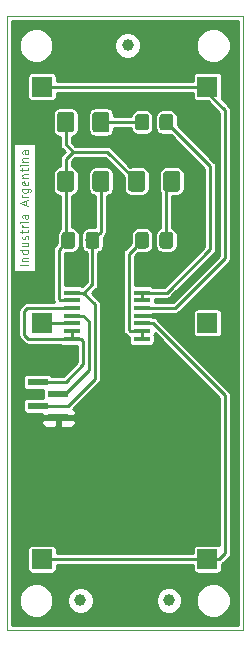
<source format=gbr>
G04 #@! TF.GenerationSoftware,KiCad,Pcbnew,(5.0.0)*
G04 #@! TF.CreationDate,2018-11-30T23:52:53-03:00*
G04 #@! TF.ProjectId,TP_Final,54505F46696E616C2E6B696361645F70,1*
G04 #@! TF.SameCoordinates,Original*
G04 #@! TF.FileFunction,Copper,L1,Top,Signal*
G04 #@! TF.FilePolarity,Positive*
%FSLAX46Y46*%
G04 Gerber Fmt 4.6, Leading zero omitted, Abs format (unit mm)*
G04 Created by KiCad (PCBNEW (5.0.0)) date 11/30/18 23:52:53*
%MOMM*%
%LPD*%
G01*
G04 APERTURE LIST*
G04 #@! TA.AperFunction,NonConductor*
%ADD10C,0.125000*%
G04 #@! TD*
G04 #@! TA.AperFunction,NonConductor*
%ADD11C,0.100000*%
G04 #@! TD*
G04 #@! TA.AperFunction,SMDPad,CuDef*
%ADD12R,1.450000X0.450000*%
G04 #@! TD*
G04 #@! TA.AperFunction,ComponentPad*
%ADD13R,1.700000X1.700000*%
G04 #@! TD*
G04 #@! TA.AperFunction,Conductor*
%ADD14C,0.100000*%
G04 #@! TD*
G04 #@! TA.AperFunction,SMDPad,CuDef*
%ADD15C,1.425000*%
G04 #@! TD*
G04 #@! TA.AperFunction,SMDPad,CuDef*
%ADD16R,1.750000X0.600000*%
G04 #@! TD*
G04 #@! TA.AperFunction,BGAPad,CuDef*
%ADD17C,1.000000*%
G04 #@! TD*
G04 #@! TA.AperFunction,SMDPad,CuDef*
%ADD18C,1.150000*%
G04 #@! TD*
G04 #@! TA.AperFunction,Conductor*
%ADD19C,0.250000*%
G04 #@! TD*
G04 APERTURE END LIST*
D10*
X148816666Y-65100000D02*
X148116666Y-65100000D01*
X148350000Y-64766666D02*
X148816666Y-64766666D01*
X148416666Y-64766666D02*
X148383333Y-64733333D01*
X148350000Y-64666666D01*
X148350000Y-64566666D01*
X148383333Y-64500000D01*
X148450000Y-64466666D01*
X148816666Y-64466666D01*
X148816666Y-63833333D02*
X148116666Y-63833333D01*
X148783333Y-63833333D02*
X148816666Y-63900000D01*
X148816666Y-64033333D01*
X148783333Y-64100000D01*
X148750000Y-64133333D01*
X148683333Y-64166666D01*
X148483333Y-64166666D01*
X148416666Y-64133333D01*
X148383333Y-64100000D01*
X148350000Y-64033333D01*
X148350000Y-63900000D01*
X148383333Y-63833333D01*
X148350000Y-63200000D02*
X148816666Y-63200000D01*
X148350000Y-63500000D02*
X148716666Y-63500000D01*
X148783333Y-63466666D01*
X148816666Y-63400000D01*
X148816666Y-63300000D01*
X148783333Y-63233333D01*
X148750000Y-63200000D01*
X148783333Y-62900000D02*
X148816666Y-62833333D01*
X148816666Y-62700000D01*
X148783333Y-62633333D01*
X148716666Y-62600000D01*
X148683333Y-62600000D01*
X148616666Y-62633333D01*
X148583333Y-62700000D01*
X148583333Y-62800000D01*
X148550000Y-62866666D01*
X148483333Y-62900000D01*
X148450000Y-62900000D01*
X148383333Y-62866666D01*
X148350000Y-62800000D01*
X148350000Y-62700000D01*
X148383333Y-62633333D01*
X148350000Y-62400000D02*
X148350000Y-62133333D01*
X148116666Y-62300000D02*
X148716666Y-62300000D01*
X148783333Y-62266666D01*
X148816666Y-62200000D01*
X148816666Y-62133333D01*
X148816666Y-61900000D02*
X148350000Y-61900000D01*
X148483333Y-61900000D02*
X148416666Y-61866666D01*
X148383333Y-61833333D01*
X148350000Y-61766666D01*
X148350000Y-61700000D01*
X148816666Y-61466666D02*
X148350000Y-61466666D01*
X148116666Y-61466666D02*
X148150000Y-61500000D01*
X148183333Y-61466666D01*
X148150000Y-61433333D01*
X148116666Y-61466666D01*
X148183333Y-61466666D01*
X148816666Y-60833333D02*
X148450000Y-60833333D01*
X148383333Y-60866666D01*
X148350000Y-60933333D01*
X148350000Y-61066666D01*
X148383333Y-61133333D01*
X148783333Y-60833333D02*
X148816666Y-60900000D01*
X148816666Y-61066666D01*
X148783333Y-61133333D01*
X148716666Y-61166666D01*
X148650000Y-61166666D01*
X148583333Y-61133333D01*
X148550000Y-61066666D01*
X148550000Y-60900000D01*
X148516666Y-60833333D01*
X148616666Y-60000000D02*
X148616666Y-59666666D01*
X148816666Y-60066666D02*
X148116666Y-59833333D01*
X148816666Y-59600000D01*
X148816666Y-59366666D02*
X148350000Y-59366666D01*
X148483333Y-59366666D02*
X148416666Y-59333333D01*
X148383333Y-59300000D01*
X148350000Y-59233333D01*
X148350000Y-59166666D01*
X148350000Y-58633333D02*
X148916666Y-58633333D01*
X148983333Y-58666666D01*
X149016666Y-58700000D01*
X149050000Y-58766666D01*
X149050000Y-58866666D01*
X149016666Y-58933333D01*
X148783333Y-58633333D02*
X148816666Y-58700000D01*
X148816666Y-58833333D01*
X148783333Y-58900000D01*
X148750000Y-58933333D01*
X148683333Y-58966666D01*
X148483333Y-58966666D01*
X148416666Y-58933333D01*
X148383333Y-58900000D01*
X148350000Y-58833333D01*
X148350000Y-58700000D01*
X148383333Y-58633333D01*
X148783333Y-58033333D02*
X148816666Y-58100000D01*
X148816666Y-58233333D01*
X148783333Y-58300000D01*
X148716666Y-58333333D01*
X148450000Y-58333333D01*
X148383333Y-58300000D01*
X148350000Y-58233333D01*
X148350000Y-58100000D01*
X148383333Y-58033333D01*
X148450000Y-58000000D01*
X148516666Y-58000000D01*
X148583333Y-58333333D01*
X148350000Y-57700000D02*
X148816666Y-57700000D01*
X148416666Y-57700000D02*
X148383333Y-57666666D01*
X148350000Y-57600000D01*
X148350000Y-57500000D01*
X148383333Y-57433333D01*
X148450000Y-57400000D01*
X148816666Y-57400000D01*
X148350000Y-57166666D02*
X148350000Y-56900000D01*
X148116666Y-57066666D02*
X148716666Y-57066666D01*
X148783333Y-57033333D01*
X148816666Y-56966666D01*
X148816666Y-56900000D01*
X148816666Y-56666666D02*
X148350000Y-56666666D01*
X148116666Y-56666666D02*
X148150000Y-56700000D01*
X148183333Y-56666666D01*
X148150000Y-56633333D01*
X148116666Y-56666666D01*
X148183333Y-56666666D01*
X148350000Y-56333333D02*
X148816666Y-56333333D01*
X148416666Y-56333333D02*
X148383333Y-56300000D01*
X148350000Y-56233333D01*
X148350000Y-56133333D01*
X148383333Y-56066666D01*
X148450000Y-56033333D01*
X148816666Y-56033333D01*
X148816666Y-55400000D02*
X148450000Y-55400000D01*
X148383333Y-55433333D01*
X148350000Y-55500000D01*
X148350000Y-55633333D01*
X148383333Y-55700000D01*
X148783333Y-55400000D02*
X148816666Y-55466666D01*
X148816666Y-55633333D01*
X148783333Y-55700000D01*
X148716666Y-55733333D01*
X148650000Y-55733333D01*
X148583333Y-55700000D01*
X148550000Y-55633333D01*
X148550000Y-55466666D01*
X148516666Y-55400000D01*
D11*
X167000000Y-44000000D02*
X147000000Y-44000000D01*
X167000000Y-96000000D02*
X167000000Y-44000000D01*
X147000000Y-96000000D02*
X167000000Y-96000000D01*
X147000000Y-44000000D02*
X147000000Y-96000000D01*
D12*
G04 #@! TO.P,U1,14*
G04 #@! TO.N,Net-(R1-Pad2)*
X158437801Y-67432901D03*
G04 #@! TO.P,U1,13*
X158437801Y-68082901D03*
G04 #@! TO.P,U1,12*
G04 #@! TO.N,/Va*
X158437801Y-68732901D03*
G04 #@! TO.P,U1,11*
G04 #@! TO.N,GND*
X158437801Y-69382901D03*
G04 #@! TO.P,U1,10*
G04 #@! TO.N,/Vc*
X158437801Y-70032901D03*
G04 #@! TO.P,U1,9*
G04 #@! TO.N,Net-(R2-Pad2)*
X158437801Y-70682901D03*
G04 #@! TO.P,U1,8*
X158437801Y-71332901D03*
G04 #@! TO.P,U1,7*
G04 #@! TO.N,/Vo+*
X152537801Y-71332901D03*
G04 #@! TO.P,U1,6*
X152537801Y-70682901D03*
G04 #@! TO.P,U1,5*
G04 #@! TO.N,/Vb*
X152537801Y-70032901D03*
G04 #@! TO.P,U1,4*
G04 #@! TO.N,VCC*
X152537801Y-69382901D03*
G04 #@! TO.P,U1,3*
G04 #@! TO.N,/Vo+*
X152537801Y-68732901D03*
G04 #@! TO.P,U1,2*
G04 #@! TO.N,Net-(C1-Pad1)*
X152537801Y-68082901D03*
G04 #@! TO.P,U1,1*
G04 #@! TO.N,/Vo-*
X152537801Y-67432901D03*
G04 #@! TD*
D13*
G04 #@! TO.P,J1,1*
G04 #@! TO.N,/Va*
X150000000Y-50000000D03*
G04 #@! TD*
G04 #@! TO.P,J3,1*
G04 #@! TO.N,/Vc*
X150000000Y-90000000D03*
G04 #@! TD*
D14*
G04 #@! TO.N,Net-(C1-Pad2)*
G04 #@! TO.C,C1*
G36*
X155474504Y-52126204D02*
X155498773Y-52129804D01*
X155522571Y-52135765D01*
X155545671Y-52144030D01*
X155567849Y-52154520D01*
X155588893Y-52167133D01*
X155608598Y-52181747D01*
X155626777Y-52198223D01*
X155643253Y-52216402D01*
X155657867Y-52236107D01*
X155670480Y-52257151D01*
X155680970Y-52279329D01*
X155689235Y-52302429D01*
X155695196Y-52326227D01*
X155698796Y-52350496D01*
X155700000Y-52375000D01*
X155700000Y-53625000D01*
X155698796Y-53649504D01*
X155695196Y-53673773D01*
X155689235Y-53697571D01*
X155680970Y-53720671D01*
X155670480Y-53742849D01*
X155657867Y-53763893D01*
X155643253Y-53783598D01*
X155626777Y-53801777D01*
X155608598Y-53818253D01*
X155588893Y-53832867D01*
X155567849Y-53845480D01*
X155545671Y-53855970D01*
X155522571Y-53864235D01*
X155498773Y-53870196D01*
X155474504Y-53873796D01*
X155450000Y-53875000D01*
X154525000Y-53875000D01*
X154500496Y-53873796D01*
X154476227Y-53870196D01*
X154452429Y-53864235D01*
X154429329Y-53855970D01*
X154407151Y-53845480D01*
X154386107Y-53832867D01*
X154366402Y-53818253D01*
X154348223Y-53801777D01*
X154331747Y-53783598D01*
X154317133Y-53763893D01*
X154304520Y-53742849D01*
X154294030Y-53720671D01*
X154285765Y-53697571D01*
X154279804Y-53673773D01*
X154276204Y-53649504D01*
X154275000Y-53625000D01*
X154275000Y-52375000D01*
X154276204Y-52350496D01*
X154279804Y-52326227D01*
X154285765Y-52302429D01*
X154294030Y-52279329D01*
X154304520Y-52257151D01*
X154317133Y-52236107D01*
X154331747Y-52216402D01*
X154348223Y-52198223D01*
X154366402Y-52181747D01*
X154386107Y-52167133D01*
X154407151Y-52154520D01*
X154429329Y-52144030D01*
X154452429Y-52135765D01*
X154476227Y-52129804D01*
X154500496Y-52126204D01*
X154525000Y-52125000D01*
X155450000Y-52125000D01*
X155474504Y-52126204D01*
X155474504Y-52126204D01*
G37*
D15*
G04 #@! TD*
G04 #@! TO.P,C1,2*
G04 #@! TO.N,Net-(C1-Pad2)*
X154987500Y-53000000D03*
D14*
G04 #@! TO.N,Net-(C1-Pad1)*
G04 #@! TO.C,C1*
G36*
X152499504Y-52126204D02*
X152523773Y-52129804D01*
X152547571Y-52135765D01*
X152570671Y-52144030D01*
X152592849Y-52154520D01*
X152613893Y-52167133D01*
X152633598Y-52181747D01*
X152651777Y-52198223D01*
X152668253Y-52216402D01*
X152682867Y-52236107D01*
X152695480Y-52257151D01*
X152705970Y-52279329D01*
X152714235Y-52302429D01*
X152720196Y-52326227D01*
X152723796Y-52350496D01*
X152725000Y-52375000D01*
X152725000Y-53625000D01*
X152723796Y-53649504D01*
X152720196Y-53673773D01*
X152714235Y-53697571D01*
X152705970Y-53720671D01*
X152695480Y-53742849D01*
X152682867Y-53763893D01*
X152668253Y-53783598D01*
X152651777Y-53801777D01*
X152633598Y-53818253D01*
X152613893Y-53832867D01*
X152592849Y-53845480D01*
X152570671Y-53855970D01*
X152547571Y-53864235D01*
X152523773Y-53870196D01*
X152499504Y-53873796D01*
X152475000Y-53875000D01*
X151550000Y-53875000D01*
X151525496Y-53873796D01*
X151501227Y-53870196D01*
X151477429Y-53864235D01*
X151454329Y-53855970D01*
X151432151Y-53845480D01*
X151411107Y-53832867D01*
X151391402Y-53818253D01*
X151373223Y-53801777D01*
X151356747Y-53783598D01*
X151342133Y-53763893D01*
X151329520Y-53742849D01*
X151319030Y-53720671D01*
X151310765Y-53697571D01*
X151304804Y-53673773D01*
X151301204Y-53649504D01*
X151300000Y-53625000D01*
X151300000Y-52375000D01*
X151301204Y-52350496D01*
X151304804Y-52326227D01*
X151310765Y-52302429D01*
X151319030Y-52279329D01*
X151329520Y-52257151D01*
X151342133Y-52236107D01*
X151356747Y-52216402D01*
X151373223Y-52198223D01*
X151391402Y-52181747D01*
X151411107Y-52167133D01*
X151432151Y-52154520D01*
X151454329Y-52144030D01*
X151477429Y-52135765D01*
X151501227Y-52129804D01*
X151525496Y-52126204D01*
X151550000Y-52125000D01*
X152475000Y-52125000D01*
X152499504Y-52126204D01*
X152499504Y-52126204D01*
G37*
D15*
G04 #@! TD*
G04 #@! TO.P,C1,1*
G04 #@! TO.N,Net-(C1-Pad1)*
X152012500Y-53000000D03*
D14*
G04 #@! TO.N,Net-(C2-Pad1)*
G04 #@! TO.C,C2*
G36*
X161474504Y-57126204D02*
X161498773Y-57129804D01*
X161522571Y-57135765D01*
X161545671Y-57144030D01*
X161567849Y-57154520D01*
X161588893Y-57167133D01*
X161608598Y-57181747D01*
X161626777Y-57198223D01*
X161643253Y-57216402D01*
X161657867Y-57236107D01*
X161670480Y-57257151D01*
X161680970Y-57279329D01*
X161689235Y-57302429D01*
X161695196Y-57326227D01*
X161698796Y-57350496D01*
X161700000Y-57375000D01*
X161700000Y-58625000D01*
X161698796Y-58649504D01*
X161695196Y-58673773D01*
X161689235Y-58697571D01*
X161680970Y-58720671D01*
X161670480Y-58742849D01*
X161657867Y-58763893D01*
X161643253Y-58783598D01*
X161626777Y-58801777D01*
X161608598Y-58818253D01*
X161588893Y-58832867D01*
X161567849Y-58845480D01*
X161545671Y-58855970D01*
X161522571Y-58864235D01*
X161498773Y-58870196D01*
X161474504Y-58873796D01*
X161450000Y-58875000D01*
X160525000Y-58875000D01*
X160500496Y-58873796D01*
X160476227Y-58870196D01*
X160452429Y-58864235D01*
X160429329Y-58855970D01*
X160407151Y-58845480D01*
X160386107Y-58832867D01*
X160366402Y-58818253D01*
X160348223Y-58801777D01*
X160331747Y-58783598D01*
X160317133Y-58763893D01*
X160304520Y-58742849D01*
X160294030Y-58720671D01*
X160285765Y-58697571D01*
X160279804Y-58673773D01*
X160276204Y-58649504D01*
X160275000Y-58625000D01*
X160275000Y-57375000D01*
X160276204Y-57350496D01*
X160279804Y-57326227D01*
X160285765Y-57302429D01*
X160294030Y-57279329D01*
X160304520Y-57257151D01*
X160317133Y-57236107D01*
X160331747Y-57216402D01*
X160348223Y-57198223D01*
X160366402Y-57181747D01*
X160386107Y-57167133D01*
X160407151Y-57154520D01*
X160429329Y-57144030D01*
X160452429Y-57135765D01*
X160476227Y-57129804D01*
X160500496Y-57126204D01*
X160525000Y-57125000D01*
X161450000Y-57125000D01*
X161474504Y-57126204D01*
X161474504Y-57126204D01*
G37*
D15*
G04 #@! TD*
G04 #@! TO.P,C2,1*
G04 #@! TO.N,Net-(C2-Pad1)*
X160987500Y-58000000D03*
D14*
G04 #@! TO.N,Net-(C1-Pad1)*
G04 #@! TO.C,C2*
G36*
X158499504Y-57126204D02*
X158523773Y-57129804D01*
X158547571Y-57135765D01*
X158570671Y-57144030D01*
X158592849Y-57154520D01*
X158613893Y-57167133D01*
X158633598Y-57181747D01*
X158651777Y-57198223D01*
X158668253Y-57216402D01*
X158682867Y-57236107D01*
X158695480Y-57257151D01*
X158705970Y-57279329D01*
X158714235Y-57302429D01*
X158720196Y-57326227D01*
X158723796Y-57350496D01*
X158725000Y-57375000D01*
X158725000Y-58625000D01*
X158723796Y-58649504D01*
X158720196Y-58673773D01*
X158714235Y-58697571D01*
X158705970Y-58720671D01*
X158695480Y-58742849D01*
X158682867Y-58763893D01*
X158668253Y-58783598D01*
X158651777Y-58801777D01*
X158633598Y-58818253D01*
X158613893Y-58832867D01*
X158592849Y-58845480D01*
X158570671Y-58855970D01*
X158547571Y-58864235D01*
X158523773Y-58870196D01*
X158499504Y-58873796D01*
X158475000Y-58875000D01*
X157550000Y-58875000D01*
X157525496Y-58873796D01*
X157501227Y-58870196D01*
X157477429Y-58864235D01*
X157454329Y-58855970D01*
X157432151Y-58845480D01*
X157411107Y-58832867D01*
X157391402Y-58818253D01*
X157373223Y-58801777D01*
X157356747Y-58783598D01*
X157342133Y-58763893D01*
X157329520Y-58742849D01*
X157319030Y-58720671D01*
X157310765Y-58697571D01*
X157304804Y-58673773D01*
X157301204Y-58649504D01*
X157300000Y-58625000D01*
X157300000Y-57375000D01*
X157301204Y-57350496D01*
X157304804Y-57326227D01*
X157310765Y-57302429D01*
X157319030Y-57279329D01*
X157329520Y-57257151D01*
X157342133Y-57236107D01*
X157356747Y-57216402D01*
X157373223Y-57198223D01*
X157391402Y-57181747D01*
X157411107Y-57167133D01*
X157432151Y-57154520D01*
X157454329Y-57144030D01*
X157477429Y-57135765D01*
X157501227Y-57129804D01*
X157525496Y-57126204D01*
X157550000Y-57125000D01*
X158475000Y-57125000D01*
X158499504Y-57126204D01*
X158499504Y-57126204D01*
G37*
D15*
G04 #@! TD*
G04 #@! TO.P,C2,2*
G04 #@! TO.N,Net-(C1-Pad1)*
X158012500Y-58000000D03*
D14*
G04 #@! TO.N,Net-(C1-Pad1)*
G04 #@! TO.C,C3*
G36*
X152499504Y-57126204D02*
X152523773Y-57129804D01*
X152547571Y-57135765D01*
X152570671Y-57144030D01*
X152592849Y-57154520D01*
X152613893Y-57167133D01*
X152633598Y-57181747D01*
X152651777Y-57198223D01*
X152668253Y-57216402D01*
X152682867Y-57236107D01*
X152695480Y-57257151D01*
X152705970Y-57279329D01*
X152714235Y-57302429D01*
X152720196Y-57326227D01*
X152723796Y-57350496D01*
X152725000Y-57375000D01*
X152725000Y-58625000D01*
X152723796Y-58649504D01*
X152720196Y-58673773D01*
X152714235Y-58697571D01*
X152705970Y-58720671D01*
X152695480Y-58742849D01*
X152682867Y-58763893D01*
X152668253Y-58783598D01*
X152651777Y-58801777D01*
X152633598Y-58818253D01*
X152613893Y-58832867D01*
X152592849Y-58845480D01*
X152570671Y-58855970D01*
X152547571Y-58864235D01*
X152523773Y-58870196D01*
X152499504Y-58873796D01*
X152475000Y-58875000D01*
X151550000Y-58875000D01*
X151525496Y-58873796D01*
X151501227Y-58870196D01*
X151477429Y-58864235D01*
X151454329Y-58855970D01*
X151432151Y-58845480D01*
X151411107Y-58832867D01*
X151391402Y-58818253D01*
X151373223Y-58801777D01*
X151356747Y-58783598D01*
X151342133Y-58763893D01*
X151329520Y-58742849D01*
X151319030Y-58720671D01*
X151310765Y-58697571D01*
X151304804Y-58673773D01*
X151301204Y-58649504D01*
X151300000Y-58625000D01*
X151300000Y-57375000D01*
X151301204Y-57350496D01*
X151304804Y-57326227D01*
X151310765Y-57302429D01*
X151319030Y-57279329D01*
X151329520Y-57257151D01*
X151342133Y-57236107D01*
X151356747Y-57216402D01*
X151373223Y-57198223D01*
X151391402Y-57181747D01*
X151411107Y-57167133D01*
X151432151Y-57154520D01*
X151454329Y-57144030D01*
X151477429Y-57135765D01*
X151501227Y-57129804D01*
X151525496Y-57126204D01*
X151550000Y-57125000D01*
X152475000Y-57125000D01*
X152499504Y-57126204D01*
X152499504Y-57126204D01*
G37*
D15*
G04 #@! TD*
G04 #@! TO.P,C3,1*
G04 #@! TO.N,Net-(C1-Pad1)*
X152012500Y-58000000D03*
D14*
G04 #@! TO.N,/Vo-*
G04 #@! TO.C,C3*
G36*
X155474504Y-57126204D02*
X155498773Y-57129804D01*
X155522571Y-57135765D01*
X155545671Y-57144030D01*
X155567849Y-57154520D01*
X155588893Y-57167133D01*
X155608598Y-57181747D01*
X155626777Y-57198223D01*
X155643253Y-57216402D01*
X155657867Y-57236107D01*
X155670480Y-57257151D01*
X155680970Y-57279329D01*
X155689235Y-57302429D01*
X155695196Y-57326227D01*
X155698796Y-57350496D01*
X155700000Y-57375000D01*
X155700000Y-58625000D01*
X155698796Y-58649504D01*
X155695196Y-58673773D01*
X155689235Y-58697571D01*
X155680970Y-58720671D01*
X155670480Y-58742849D01*
X155657867Y-58763893D01*
X155643253Y-58783598D01*
X155626777Y-58801777D01*
X155608598Y-58818253D01*
X155588893Y-58832867D01*
X155567849Y-58845480D01*
X155545671Y-58855970D01*
X155522571Y-58864235D01*
X155498773Y-58870196D01*
X155474504Y-58873796D01*
X155450000Y-58875000D01*
X154525000Y-58875000D01*
X154500496Y-58873796D01*
X154476227Y-58870196D01*
X154452429Y-58864235D01*
X154429329Y-58855970D01*
X154407151Y-58845480D01*
X154386107Y-58832867D01*
X154366402Y-58818253D01*
X154348223Y-58801777D01*
X154331747Y-58783598D01*
X154317133Y-58763893D01*
X154304520Y-58742849D01*
X154294030Y-58720671D01*
X154285765Y-58697571D01*
X154279804Y-58673773D01*
X154276204Y-58649504D01*
X154275000Y-58625000D01*
X154275000Y-57375000D01*
X154276204Y-57350496D01*
X154279804Y-57326227D01*
X154285765Y-57302429D01*
X154294030Y-57279329D01*
X154304520Y-57257151D01*
X154317133Y-57236107D01*
X154331747Y-57216402D01*
X154348223Y-57198223D01*
X154366402Y-57181747D01*
X154386107Y-57167133D01*
X154407151Y-57154520D01*
X154429329Y-57144030D01*
X154452429Y-57135765D01*
X154476227Y-57129804D01*
X154500496Y-57126204D01*
X154525000Y-57125000D01*
X155450000Y-57125000D01*
X155474504Y-57126204D01*
X155474504Y-57126204D01*
G37*
D15*
G04 #@! TD*
G04 #@! TO.P,C3,2*
G04 #@! TO.N,/Vo-*
X154987500Y-58000000D03*
D16*
G04 #@! TO.P,J4,1*
G04 #@! TO.N,/Vo+*
X149625000Y-75000000D03*
G04 #@! TO.P,J4,3*
G04 #@! TO.N,/Vo-*
X149625000Y-77000000D03*
G04 #@! TO.P,J4,2*
G04 #@! TO.N,VCC*
X151375000Y-76000000D03*
G04 #@! TO.P,J4,4*
G04 #@! TO.N,GND*
X151375000Y-78000000D03*
G04 #@! TD*
D13*
G04 #@! TO.P,J2,1*
G04 #@! TO.N,/Vb*
X149967100Y-70032900D03*
G04 #@! TD*
G04 #@! TO.P,J11,1*
G04 #@! TO.N,/Va*
X164000000Y-50000000D03*
G04 #@! TD*
G04 #@! TO.P,J22,1*
G04 #@! TO.N,Net-(J22-Pad1)*
X164000000Y-70000000D03*
G04 #@! TD*
G04 #@! TO.P,J33,1*
G04 #@! TO.N,/Vc*
X164000000Y-90000000D03*
G04 #@! TD*
D17*
G04 #@! TO.P,F1,~*
G04 #@! TO.N,N/C*
X157250000Y-46500000D03*
G04 #@! TD*
G04 #@! TO.P,F2,~*
G04 #@! TO.N,N/C*
X153250000Y-93500000D03*
G04 #@! TD*
G04 #@! TO.P,F3,~*
G04 #@! TO.N,N/C*
X160750000Y-93500000D03*
G04 #@! TD*
D14*
G04 #@! TO.N,Net-(R1-Pad2)*
G04 #@! TO.C,R1*
G36*
X160874505Y-52301204D02*
X160898773Y-52304804D01*
X160922572Y-52310765D01*
X160945671Y-52319030D01*
X160967850Y-52329520D01*
X160988893Y-52342132D01*
X161008599Y-52356747D01*
X161026777Y-52373223D01*
X161043253Y-52391401D01*
X161057868Y-52411107D01*
X161070480Y-52432150D01*
X161080970Y-52454329D01*
X161089235Y-52477428D01*
X161095196Y-52501227D01*
X161098796Y-52525495D01*
X161100000Y-52549999D01*
X161100000Y-53450001D01*
X161098796Y-53474505D01*
X161095196Y-53498773D01*
X161089235Y-53522572D01*
X161080970Y-53545671D01*
X161070480Y-53567850D01*
X161057868Y-53588893D01*
X161043253Y-53608599D01*
X161026777Y-53626777D01*
X161008599Y-53643253D01*
X160988893Y-53657868D01*
X160967850Y-53670480D01*
X160945671Y-53680970D01*
X160922572Y-53689235D01*
X160898773Y-53695196D01*
X160874505Y-53698796D01*
X160850001Y-53700000D01*
X160199999Y-53700000D01*
X160175495Y-53698796D01*
X160151227Y-53695196D01*
X160127428Y-53689235D01*
X160104329Y-53680970D01*
X160082150Y-53670480D01*
X160061107Y-53657868D01*
X160041401Y-53643253D01*
X160023223Y-53626777D01*
X160006747Y-53608599D01*
X159992132Y-53588893D01*
X159979520Y-53567850D01*
X159969030Y-53545671D01*
X159960765Y-53522572D01*
X159954804Y-53498773D01*
X159951204Y-53474505D01*
X159950000Y-53450001D01*
X159950000Y-52549999D01*
X159951204Y-52525495D01*
X159954804Y-52501227D01*
X159960765Y-52477428D01*
X159969030Y-52454329D01*
X159979520Y-52432150D01*
X159992132Y-52411107D01*
X160006747Y-52391401D01*
X160023223Y-52373223D01*
X160041401Y-52356747D01*
X160061107Y-52342132D01*
X160082150Y-52329520D01*
X160104329Y-52319030D01*
X160127428Y-52310765D01*
X160151227Y-52304804D01*
X160175495Y-52301204D01*
X160199999Y-52300000D01*
X160850001Y-52300000D01*
X160874505Y-52301204D01*
X160874505Y-52301204D01*
G37*
D18*
G04 #@! TD*
G04 #@! TO.P,R1,2*
G04 #@! TO.N,Net-(R1-Pad2)*
X160525000Y-53000000D03*
D14*
G04 #@! TO.N,Net-(C1-Pad2)*
G04 #@! TO.C,R1*
G36*
X158824505Y-52301204D02*
X158848773Y-52304804D01*
X158872572Y-52310765D01*
X158895671Y-52319030D01*
X158917850Y-52329520D01*
X158938893Y-52342132D01*
X158958599Y-52356747D01*
X158976777Y-52373223D01*
X158993253Y-52391401D01*
X159007868Y-52411107D01*
X159020480Y-52432150D01*
X159030970Y-52454329D01*
X159039235Y-52477428D01*
X159045196Y-52501227D01*
X159048796Y-52525495D01*
X159050000Y-52549999D01*
X159050000Y-53450001D01*
X159048796Y-53474505D01*
X159045196Y-53498773D01*
X159039235Y-53522572D01*
X159030970Y-53545671D01*
X159020480Y-53567850D01*
X159007868Y-53588893D01*
X158993253Y-53608599D01*
X158976777Y-53626777D01*
X158958599Y-53643253D01*
X158938893Y-53657868D01*
X158917850Y-53670480D01*
X158895671Y-53680970D01*
X158872572Y-53689235D01*
X158848773Y-53695196D01*
X158824505Y-53698796D01*
X158800001Y-53700000D01*
X158149999Y-53700000D01*
X158125495Y-53698796D01*
X158101227Y-53695196D01*
X158077428Y-53689235D01*
X158054329Y-53680970D01*
X158032150Y-53670480D01*
X158011107Y-53657868D01*
X157991401Y-53643253D01*
X157973223Y-53626777D01*
X157956747Y-53608599D01*
X157942132Y-53588893D01*
X157929520Y-53567850D01*
X157919030Y-53545671D01*
X157910765Y-53522572D01*
X157904804Y-53498773D01*
X157901204Y-53474505D01*
X157900000Y-53450001D01*
X157900000Y-52549999D01*
X157901204Y-52525495D01*
X157904804Y-52501227D01*
X157910765Y-52477428D01*
X157919030Y-52454329D01*
X157929520Y-52432150D01*
X157942132Y-52411107D01*
X157956747Y-52391401D01*
X157973223Y-52373223D01*
X157991401Y-52356747D01*
X158011107Y-52342132D01*
X158032150Y-52329520D01*
X158054329Y-52319030D01*
X158077428Y-52310765D01*
X158101227Y-52304804D01*
X158125495Y-52301204D01*
X158149999Y-52300000D01*
X158800001Y-52300000D01*
X158824505Y-52301204D01*
X158824505Y-52301204D01*
G37*
D18*
G04 #@! TD*
G04 #@! TO.P,R1,1*
G04 #@! TO.N,Net-(C1-Pad2)*
X158475000Y-53000000D03*
D14*
G04 #@! TO.N,Net-(C2-Pad1)*
G04 #@! TO.C,R2*
G36*
X160874505Y-62301204D02*
X160898773Y-62304804D01*
X160922572Y-62310765D01*
X160945671Y-62319030D01*
X160967850Y-62329520D01*
X160988893Y-62342132D01*
X161008599Y-62356747D01*
X161026777Y-62373223D01*
X161043253Y-62391401D01*
X161057868Y-62411107D01*
X161070480Y-62432150D01*
X161080970Y-62454329D01*
X161089235Y-62477428D01*
X161095196Y-62501227D01*
X161098796Y-62525495D01*
X161100000Y-62549999D01*
X161100000Y-63450001D01*
X161098796Y-63474505D01*
X161095196Y-63498773D01*
X161089235Y-63522572D01*
X161080970Y-63545671D01*
X161070480Y-63567850D01*
X161057868Y-63588893D01*
X161043253Y-63608599D01*
X161026777Y-63626777D01*
X161008599Y-63643253D01*
X160988893Y-63657868D01*
X160967850Y-63670480D01*
X160945671Y-63680970D01*
X160922572Y-63689235D01*
X160898773Y-63695196D01*
X160874505Y-63698796D01*
X160850001Y-63700000D01*
X160199999Y-63700000D01*
X160175495Y-63698796D01*
X160151227Y-63695196D01*
X160127428Y-63689235D01*
X160104329Y-63680970D01*
X160082150Y-63670480D01*
X160061107Y-63657868D01*
X160041401Y-63643253D01*
X160023223Y-63626777D01*
X160006747Y-63608599D01*
X159992132Y-63588893D01*
X159979520Y-63567850D01*
X159969030Y-63545671D01*
X159960765Y-63522572D01*
X159954804Y-63498773D01*
X159951204Y-63474505D01*
X159950000Y-63450001D01*
X159950000Y-62549999D01*
X159951204Y-62525495D01*
X159954804Y-62501227D01*
X159960765Y-62477428D01*
X159969030Y-62454329D01*
X159979520Y-62432150D01*
X159992132Y-62411107D01*
X160006747Y-62391401D01*
X160023223Y-62373223D01*
X160041401Y-62356747D01*
X160061107Y-62342132D01*
X160082150Y-62329520D01*
X160104329Y-62319030D01*
X160127428Y-62310765D01*
X160151227Y-62304804D01*
X160175495Y-62301204D01*
X160199999Y-62300000D01*
X160850001Y-62300000D01*
X160874505Y-62301204D01*
X160874505Y-62301204D01*
G37*
D18*
G04 #@! TD*
G04 #@! TO.P,R2,1*
G04 #@! TO.N,Net-(C2-Pad1)*
X160525000Y-63000000D03*
D14*
G04 #@! TO.N,Net-(R2-Pad2)*
G04 #@! TO.C,R2*
G36*
X158824505Y-62301204D02*
X158848773Y-62304804D01*
X158872572Y-62310765D01*
X158895671Y-62319030D01*
X158917850Y-62329520D01*
X158938893Y-62342132D01*
X158958599Y-62356747D01*
X158976777Y-62373223D01*
X158993253Y-62391401D01*
X159007868Y-62411107D01*
X159020480Y-62432150D01*
X159030970Y-62454329D01*
X159039235Y-62477428D01*
X159045196Y-62501227D01*
X159048796Y-62525495D01*
X159050000Y-62549999D01*
X159050000Y-63450001D01*
X159048796Y-63474505D01*
X159045196Y-63498773D01*
X159039235Y-63522572D01*
X159030970Y-63545671D01*
X159020480Y-63567850D01*
X159007868Y-63588893D01*
X158993253Y-63608599D01*
X158976777Y-63626777D01*
X158958599Y-63643253D01*
X158938893Y-63657868D01*
X158917850Y-63670480D01*
X158895671Y-63680970D01*
X158872572Y-63689235D01*
X158848773Y-63695196D01*
X158824505Y-63698796D01*
X158800001Y-63700000D01*
X158149999Y-63700000D01*
X158125495Y-63698796D01*
X158101227Y-63695196D01*
X158077428Y-63689235D01*
X158054329Y-63680970D01*
X158032150Y-63670480D01*
X158011107Y-63657868D01*
X157991401Y-63643253D01*
X157973223Y-63626777D01*
X157956747Y-63608599D01*
X157942132Y-63588893D01*
X157929520Y-63567850D01*
X157919030Y-63545671D01*
X157910765Y-63522572D01*
X157904804Y-63498773D01*
X157901204Y-63474505D01*
X157900000Y-63450001D01*
X157900000Y-62549999D01*
X157901204Y-62525495D01*
X157904804Y-62501227D01*
X157910765Y-62477428D01*
X157919030Y-62454329D01*
X157929520Y-62432150D01*
X157942132Y-62411107D01*
X157956747Y-62391401D01*
X157973223Y-62373223D01*
X157991401Y-62356747D01*
X158011107Y-62342132D01*
X158032150Y-62329520D01*
X158054329Y-62319030D01*
X158077428Y-62310765D01*
X158101227Y-62304804D01*
X158125495Y-62301204D01*
X158149999Y-62300000D01*
X158800001Y-62300000D01*
X158824505Y-62301204D01*
X158824505Y-62301204D01*
G37*
D18*
G04 #@! TD*
G04 #@! TO.P,R2,2*
G04 #@! TO.N,Net-(R2-Pad2)*
X158475000Y-63000000D03*
D14*
G04 #@! TO.N,Net-(C1-Pad1)*
G04 #@! TO.C,R3*
G36*
X152574505Y-62301204D02*
X152598773Y-62304804D01*
X152622572Y-62310765D01*
X152645671Y-62319030D01*
X152667850Y-62329520D01*
X152688893Y-62342132D01*
X152708599Y-62356747D01*
X152726777Y-62373223D01*
X152743253Y-62391401D01*
X152757868Y-62411107D01*
X152770480Y-62432150D01*
X152780970Y-62454329D01*
X152789235Y-62477428D01*
X152795196Y-62501227D01*
X152798796Y-62525495D01*
X152800000Y-62549999D01*
X152800000Y-63450001D01*
X152798796Y-63474505D01*
X152795196Y-63498773D01*
X152789235Y-63522572D01*
X152780970Y-63545671D01*
X152770480Y-63567850D01*
X152757868Y-63588893D01*
X152743253Y-63608599D01*
X152726777Y-63626777D01*
X152708599Y-63643253D01*
X152688893Y-63657868D01*
X152667850Y-63670480D01*
X152645671Y-63680970D01*
X152622572Y-63689235D01*
X152598773Y-63695196D01*
X152574505Y-63698796D01*
X152550001Y-63700000D01*
X151899999Y-63700000D01*
X151875495Y-63698796D01*
X151851227Y-63695196D01*
X151827428Y-63689235D01*
X151804329Y-63680970D01*
X151782150Y-63670480D01*
X151761107Y-63657868D01*
X151741401Y-63643253D01*
X151723223Y-63626777D01*
X151706747Y-63608599D01*
X151692132Y-63588893D01*
X151679520Y-63567850D01*
X151669030Y-63545671D01*
X151660765Y-63522572D01*
X151654804Y-63498773D01*
X151651204Y-63474505D01*
X151650000Y-63450001D01*
X151650000Y-62549999D01*
X151651204Y-62525495D01*
X151654804Y-62501227D01*
X151660765Y-62477428D01*
X151669030Y-62454329D01*
X151679520Y-62432150D01*
X151692132Y-62411107D01*
X151706747Y-62391401D01*
X151723223Y-62373223D01*
X151741401Y-62356747D01*
X151761107Y-62342132D01*
X151782150Y-62329520D01*
X151804329Y-62319030D01*
X151827428Y-62310765D01*
X151851227Y-62304804D01*
X151875495Y-62301204D01*
X151899999Y-62300000D01*
X152550001Y-62300000D01*
X152574505Y-62301204D01*
X152574505Y-62301204D01*
G37*
D18*
G04 #@! TD*
G04 #@! TO.P,R3,1*
G04 #@! TO.N,Net-(C1-Pad1)*
X152225000Y-63000000D03*
D14*
G04 #@! TO.N,/Vo-*
G04 #@! TO.C,R3*
G36*
X154624505Y-62301204D02*
X154648773Y-62304804D01*
X154672572Y-62310765D01*
X154695671Y-62319030D01*
X154717850Y-62329520D01*
X154738893Y-62342132D01*
X154758599Y-62356747D01*
X154776777Y-62373223D01*
X154793253Y-62391401D01*
X154807868Y-62411107D01*
X154820480Y-62432150D01*
X154830970Y-62454329D01*
X154839235Y-62477428D01*
X154845196Y-62501227D01*
X154848796Y-62525495D01*
X154850000Y-62549999D01*
X154850000Y-63450001D01*
X154848796Y-63474505D01*
X154845196Y-63498773D01*
X154839235Y-63522572D01*
X154830970Y-63545671D01*
X154820480Y-63567850D01*
X154807868Y-63588893D01*
X154793253Y-63608599D01*
X154776777Y-63626777D01*
X154758599Y-63643253D01*
X154738893Y-63657868D01*
X154717850Y-63670480D01*
X154695671Y-63680970D01*
X154672572Y-63689235D01*
X154648773Y-63695196D01*
X154624505Y-63698796D01*
X154600001Y-63700000D01*
X153949999Y-63700000D01*
X153925495Y-63698796D01*
X153901227Y-63695196D01*
X153877428Y-63689235D01*
X153854329Y-63680970D01*
X153832150Y-63670480D01*
X153811107Y-63657868D01*
X153791401Y-63643253D01*
X153773223Y-63626777D01*
X153756747Y-63608599D01*
X153742132Y-63588893D01*
X153729520Y-63567850D01*
X153719030Y-63545671D01*
X153710765Y-63522572D01*
X153704804Y-63498773D01*
X153701204Y-63474505D01*
X153700000Y-63450001D01*
X153700000Y-62549999D01*
X153701204Y-62525495D01*
X153704804Y-62501227D01*
X153710765Y-62477428D01*
X153719030Y-62454329D01*
X153729520Y-62432150D01*
X153742132Y-62411107D01*
X153756747Y-62391401D01*
X153773223Y-62373223D01*
X153791401Y-62356747D01*
X153811107Y-62342132D01*
X153832150Y-62329520D01*
X153854329Y-62319030D01*
X153877428Y-62310765D01*
X153901227Y-62304804D01*
X153925495Y-62301204D01*
X153949999Y-62300000D01*
X154600001Y-62300000D01*
X154624505Y-62301204D01*
X154624505Y-62301204D01*
G37*
D18*
G04 #@! TD*
G04 #@! TO.P,R3,2*
G04 #@! TO.N,/Vo-*
X154275000Y-63000000D03*
D19*
G04 #@! TO.N,Net-(C1-Pad2)*
X158475000Y-53000000D02*
X154987500Y-53000000D01*
G04 #@! TO.N,Net-(C1-Pad1)*
X152012500Y-54887500D02*
X152012500Y-53000000D01*
X152625000Y-55500000D02*
X152012500Y-54887500D01*
X151437800Y-63787200D02*
X152225000Y-63000000D01*
X151437800Y-67957902D02*
X151437800Y-63787200D01*
X152537801Y-68082901D02*
X151562801Y-68082901D01*
X151562801Y-68082901D02*
X151437800Y-67957902D01*
X155512500Y-55500000D02*
X158012500Y-58000000D01*
X152625000Y-55500000D02*
X155512500Y-55500000D01*
X152012500Y-56112500D02*
X152012500Y-58000000D01*
X152625000Y-55500000D02*
X152012500Y-56112500D01*
X152012500Y-62787500D02*
X152225000Y-63000000D01*
X152012500Y-58000000D02*
X152012500Y-62787500D01*
G04 #@! TO.N,/Vo-*
X152537802Y-67432900D02*
X152537801Y-67432901D01*
X153512801Y-67432901D02*
X152537801Y-67432901D01*
X154500020Y-68420120D02*
X153512801Y-67432901D01*
X154500020Y-74724982D02*
X154500020Y-68420120D01*
X152225002Y-77000000D02*
X154500020Y-74724982D01*
X149625000Y-77000000D02*
X152225002Y-77000000D01*
X154987500Y-62287500D02*
X154275000Y-63000000D01*
X154987500Y-58000000D02*
X154987500Y-62287500D01*
X153512801Y-67432901D02*
X153567099Y-67432901D01*
X154275000Y-66725000D02*
X154275000Y-63000000D01*
X153567099Y-67432901D02*
X154275000Y-66725000D01*
G04 #@! TO.N,/Vo+*
X149767098Y-68732902D02*
X152668401Y-68732902D01*
X148767098Y-68732902D02*
X149767098Y-68732902D01*
X148500000Y-69000000D02*
X148767098Y-68732902D01*
X148500000Y-71000000D02*
X148500000Y-69000000D01*
X148832901Y-71332901D02*
X148500000Y-71000000D01*
X152537801Y-70682901D02*
X152537801Y-71332901D01*
X152537801Y-71332901D02*
X149500000Y-71332901D01*
X149500000Y-71332901D02*
X148832901Y-71332901D01*
X152000000Y-75000000D02*
X149625000Y-75000000D01*
X153500000Y-73500000D02*
X152000000Y-75000000D01*
X153500000Y-71500000D02*
X153500000Y-73500000D01*
X152537801Y-71332901D02*
X153332901Y-71332901D01*
X153332901Y-71332901D02*
X153500000Y-71500000D01*
G04 #@! TO.N,/Vb*
X152668401Y-70032900D02*
X150000000Y-70032900D01*
X150000000Y-70032900D02*
X149967100Y-70032900D01*
G04 #@! TO.N,VCC*
X153512801Y-69382901D02*
X152537801Y-69382901D01*
X154000010Y-69870110D02*
X153512801Y-69382901D01*
X154000010Y-73949990D02*
X154000010Y-69870110D01*
X151950000Y-76000000D02*
X154000010Y-73949990D01*
X151375000Y-76000000D02*
X151950000Y-76000000D01*
G04 #@! TO.N,/Vc*
X165500000Y-89500000D02*
X165000000Y-90000000D01*
X165000000Y-90000000D02*
X150000000Y-90000000D01*
X165500000Y-76120100D02*
X165500000Y-89500000D01*
X159412801Y-70032901D02*
X165500000Y-76120100D01*
X158437801Y-70032901D02*
X159412801Y-70032901D01*
G04 #@! TO.N,GND*
X162242097Y-69382901D02*
X164124998Y-67500000D01*
X158437801Y-69382901D02*
X162242097Y-69382901D01*
X164124998Y-67500000D02*
X166574990Y-67500000D01*
G04 #@! TO.N,/Va*
X161267099Y-68732901D02*
X158437801Y-68732901D01*
X165500000Y-64500000D02*
X161267099Y-68732901D01*
X165500000Y-52000000D02*
X165500000Y-64500000D01*
X150000000Y-50000000D02*
X163500000Y-50000000D01*
X163500000Y-50000000D02*
X165500000Y-52000000D01*
G04 #@! TO.N,Net-(C2-Pad1)*
X160525000Y-58462500D02*
X160987500Y-58000000D01*
X160525000Y-63000000D02*
X160525000Y-58462500D01*
G04 #@! TO.N,Net-(R1-Pad2)*
X158437801Y-67432901D02*
X158437801Y-68082901D01*
X164250000Y-56725000D02*
X160525000Y-53000000D01*
X164250000Y-63750000D02*
X164250000Y-56725000D01*
X158437801Y-67432901D02*
X160567099Y-67432901D01*
X160567099Y-67432901D02*
X164250000Y-63750000D01*
G04 #@! TO.N,Net-(R2-Pad2)*
X158437801Y-70682901D02*
X158437801Y-71332901D01*
X157851628Y-63623372D02*
X158475000Y-63000000D01*
X157337800Y-64137200D02*
X157851628Y-63623372D01*
X157337800Y-70557900D02*
X157337800Y-64137200D01*
X157462801Y-70682901D02*
X157337800Y-70557900D01*
X158437801Y-70682901D02*
X157462801Y-70682901D01*
G04 #@! TD*
G04 #@! TO.N,GND*
G36*
X166575000Y-95575000D02*
X147425000Y-95575000D01*
X147425000Y-93206604D01*
X148025000Y-93206604D01*
X148025000Y-93793396D01*
X148249555Y-94335520D01*
X148664480Y-94750445D01*
X149206604Y-94975000D01*
X149793396Y-94975000D01*
X150335520Y-94750445D01*
X150750445Y-94335520D01*
X150975000Y-93793396D01*
X150975000Y-93276224D01*
X152125000Y-93276224D01*
X152125000Y-93723776D01*
X152296271Y-94137261D01*
X152612739Y-94453729D01*
X153026224Y-94625000D01*
X153473776Y-94625000D01*
X153887261Y-94453729D01*
X154203729Y-94137261D01*
X154375000Y-93723776D01*
X154375000Y-93276224D01*
X159625000Y-93276224D01*
X159625000Y-93723776D01*
X159796271Y-94137261D01*
X160112739Y-94453729D01*
X160526224Y-94625000D01*
X160973776Y-94625000D01*
X161387261Y-94453729D01*
X161703729Y-94137261D01*
X161875000Y-93723776D01*
X161875000Y-93276224D01*
X161846163Y-93206604D01*
X163025000Y-93206604D01*
X163025000Y-93793396D01*
X163249555Y-94335520D01*
X163664480Y-94750445D01*
X164206604Y-94975000D01*
X164793396Y-94975000D01*
X165335520Y-94750445D01*
X165750445Y-94335520D01*
X165975000Y-93793396D01*
X165975000Y-93206604D01*
X165750445Y-92664480D01*
X165335520Y-92249555D01*
X164793396Y-92025000D01*
X164206604Y-92025000D01*
X163664480Y-92249555D01*
X163249555Y-92664480D01*
X163025000Y-93206604D01*
X161846163Y-93206604D01*
X161703729Y-92862739D01*
X161387261Y-92546271D01*
X160973776Y-92375000D01*
X160526224Y-92375000D01*
X160112739Y-92546271D01*
X159796271Y-92862739D01*
X159625000Y-93276224D01*
X154375000Y-93276224D01*
X154203729Y-92862739D01*
X153887261Y-92546271D01*
X153473776Y-92375000D01*
X153026224Y-92375000D01*
X152612739Y-92546271D01*
X152296271Y-92862739D01*
X152125000Y-93276224D01*
X150975000Y-93276224D01*
X150975000Y-93206604D01*
X150750445Y-92664480D01*
X150335520Y-92249555D01*
X149793396Y-92025000D01*
X149206604Y-92025000D01*
X148664480Y-92249555D01*
X148249555Y-92664480D01*
X148025000Y-93206604D01*
X147425000Y-93206604D01*
X147425000Y-78266250D01*
X149895000Y-78266250D01*
X149895000Y-78420342D01*
X149987106Y-78642705D01*
X150157295Y-78812894D01*
X150379658Y-78905000D01*
X151108750Y-78905000D01*
X151260000Y-78753750D01*
X151260000Y-78115000D01*
X151490000Y-78115000D01*
X151490000Y-78753750D01*
X151641250Y-78905000D01*
X152370342Y-78905000D01*
X152592705Y-78812894D01*
X152762894Y-78642705D01*
X152855000Y-78420342D01*
X152855000Y-78266250D01*
X152703750Y-78115000D01*
X151490000Y-78115000D01*
X151260000Y-78115000D01*
X150046250Y-78115000D01*
X149895000Y-78266250D01*
X147425000Y-78266250D01*
X147425000Y-69000000D01*
X147990205Y-69000000D01*
X148000001Y-69049246D01*
X148000000Y-70950758D01*
X147990205Y-71000000D01*
X148000000Y-71049241D01*
X148000000Y-71049242D01*
X148029011Y-71195089D01*
X148139520Y-71360480D01*
X148181270Y-71388376D01*
X148444526Y-71651633D01*
X148472421Y-71693381D01*
X148637811Y-71803890D01*
X148783658Y-71832901D01*
X148783659Y-71832901D01*
X148832900Y-71842696D01*
X148882141Y-71832901D01*
X151549388Y-71832901D01*
X151666484Y-71911143D01*
X151812801Y-71940247D01*
X153000000Y-71940247D01*
X153000001Y-73292892D01*
X151792894Y-74500000D01*
X150817372Y-74500000D01*
X150770359Y-74429641D01*
X150646317Y-74346758D01*
X150500000Y-74317654D01*
X148750000Y-74317654D01*
X148603683Y-74346758D01*
X148479641Y-74429641D01*
X148396758Y-74553683D01*
X148367654Y-74700000D01*
X148367654Y-75300000D01*
X148396758Y-75446317D01*
X148479641Y-75570359D01*
X148603683Y-75653242D01*
X148750000Y-75682346D01*
X150121166Y-75682346D01*
X150117654Y-75700000D01*
X150117654Y-76300000D01*
X150121166Y-76317654D01*
X148750000Y-76317654D01*
X148603683Y-76346758D01*
X148479641Y-76429641D01*
X148396758Y-76553683D01*
X148367654Y-76700000D01*
X148367654Y-77300000D01*
X148396758Y-77446317D01*
X148479641Y-77570359D01*
X148603683Y-77653242D01*
X148750000Y-77682346D01*
X149895000Y-77682346D01*
X149895000Y-77733750D01*
X150046250Y-77885000D01*
X151260000Y-77885000D01*
X151260000Y-77865000D01*
X151490000Y-77865000D01*
X151490000Y-77885000D01*
X152703750Y-77885000D01*
X152855000Y-77733750D01*
X152855000Y-77579658D01*
X152762894Y-77357295D01*
X152668854Y-77263255D01*
X154818753Y-75113356D01*
X154860500Y-75085462D01*
X154971009Y-74920072D01*
X155000020Y-74774225D01*
X155000020Y-74774224D01*
X155009815Y-74724983D01*
X155000020Y-74675742D01*
X155000020Y-68469360D01*
X155009815Y-68420119D01*
X154987493Y-68307901D01*
X154971009Y-68225030D01*
X154860500Y-68059640D01*
X154818752Y-68031745D01*
X154247056Y-67460050D01*
X154593733Y-67113374D01*
X154635480Y-67085480D01*
X154745989Y-66920090D01*
X154775000Y-66774243D01*
X154775000Y-66774242D01*
X154784795Y-66725001D01*
X154775000Y-66675760D01*
X154775000Y-64047537D01*
X154841989Y-64034212D01*
X155047136Y-63897136D01*
X155184212Y-63691989D01*
X155232346Y-63450001D01*
X155232346Y-62749761D01*
X155306232Y-62675875D01*
X155347980Y-62647980D01*
X155458489Y-62482590D01*
X155487500Y-62336743D01*
X155487500Y-62336742D01*
X155497295Y-62287501D01*
X155487500Y-62238260D01*
X155487500Y-59249887D01*
X155691988Y-59209212D01*
X155897136Y-59072136D01*
X156034212Y-58866988D01*
X156082346Y-58625000D01*
X156082346Y-57375000D01*
X156034212Y-57133012D01*
X155897136Y-56927864D01*
X155691988Y-56790788D01*
X155450000Y-56742654D01*
X154525000Y-56742654D01*
X154283012Y-56790788D01*
X154077864Y-56927864D01*
X153940788Y-57133012D01*
X153892654Y-57375000D01*
X153892654Y-58625000D01*
X153940788Y-58866988D01*
X154077864Y-59072136D01*
X154283012Y-59209212D01*
X154487500Y-59249887D01*
X154487501Y-61917654D01*
X153949999Y-61917654D01*
X153708011Y-61965788D01*
X153502864Y-62102864D01*
X153365788Y-62308011D01*
X153317654Y-62549999D01*
X153317654Y-63450001D01*
X153365788Y-63691989D01*
X153502864Y-63897136D01*
X153708011Y-64034212D01*
X153775001Y-64047537D01*
X153775000Y-66517893D01*
X153426572Y-66866322D01*
X153409118Y-66854659D01*
X153262801Y-66825555D01*
X151937800Y-66825555D01*
X151937800Y-64082346D01*
X152550001Y-64082346D01*
X152791989Y-64034212D01*
X152997136Y-63897136D01*
X153134212Y-63691989D01*
X153182346Y-63450001D01*
X153182346Y-62549999D01*
X153134212Y-62308011D01*
X152997136Y-62102864D01*
X152791989Y-61965788D01*
X152550001Y-61917654D01*
X152512500Y-61917654D01*
X152512500Y-59249887D01*
X152716988Y-59209212D01*
X152922136Y-59072136D01*
X153059212Y-58866988D01*
X153107346Y-58625000D01*
X153107346Y-57375000D01*
X153059212Y-57133012D01*
X152922136Y-56927864D01*
X152716988Y-56790788D01*
X152512500Y-56750113D01*
X152512500Y-56319606D01*
X152832107Y-56000000D01*
X155305394Y-56000000D01*
X156917654Y-57612261D01*
X156917654Y-58625000D01*
X156965788Y-58866988D01*
X157102864Y-59072136D01*
X157308012Y-59209212D01*
X157550000Y-59257346D01*
X158475000Y-59257346D01*
X158716988Y-59209212D01*
X158922136Y-59072136D01*
X159059212Y-58866988D01*
X159107346Y-58625000D01*
X159107346Y-57375000D01*
X159059212Y-57133012D01*
X158922136Y-56927864D01*
X158716988Y-56790788D01*
X158475000Y-56742654D01*
X157550000Y-56742654D01*
X157476817Y-56757211D01*
X155900877Y-55181270D01*
X155872980Y-55139520D01*
X155707590Y-55029011D01*
X155561743Y-55000000D01*
X155561741Y-55000000D01*
X155512500Y-54990205D01*
X155463259Y-55000000D01*
X152832107Y-55000000D01*
X152512500Y-54680394D01*
X152512500Y-54249887D01*
X152716988Y-54209212D01*
X152922136Y-54072136D01*
X153059212Y-53866988D01*
X153107346Y-53625000D01*
X153107346Y-52375000D01*
X153892654Y-52375000D01*
X153892654Y-53625000D01*
X153940788Y-53866988D01*
X154077864Y-54072136D01*
X154283012Y-54209212D01*
X154525000Y-54257346D01*
X155450000Y-54257346D01*
X155691988Y-54209212D01*
X155897136Y-54072136D01*
X156034212Y-53866988D01*
X156082346Y-53625000D01*
X156082346Y-53500000D01*
X157527599Y-53500000D01*
X157565788Y-53691989D01*
X157702864Y-53897136D01*
X157908011Y-54034212D01*
X158149999Y-54082346D01*
X158800001Y-54082346D01*
X159041989Y-54034212D01*
X159247136Y-53897136D01*
X159384212Y-53691989D01*
X159432346Y-53450001D01*
X159432346Y-52549999D01*
X159384212Y-52308011D01*
X159247136Y-52102864D01*
X159041989Y-51965788D01*
X158800001Y-51917654D01*
X158149999Y-51917654D01*
X157908011Y-51965788D01*
X157702864Y-52102864D01*
X157565788Y-52308011D01*
X157527599Y-52500000D01*
X156082346Y-52500000D01*
X156082346Y-52375000D01*
X156034212Y-52133012D01*
X155897136Y-51927864D01*
X155691988Y-51790788D01*
X155450000Y-51742654D01*
X154525000Y-51742654D01*
X154283012Y-51790788D01*
X154077864Y-51927864D01*
X153940788Y-52133012D01*
X153892654Y-52375000D01*
X153107346Y-52375000D01*
X153059212Y-52133012D01*
X152922136Y-51927864D01*
X152716988Y-51790788D01*
X152475000Y-51742654D01*
X151550000Y-51742654D01*
X151308012Y-51790788D01*
X151102864Y-51927864D01*
X150965788Y-52133012D01*
X150917654Y-52375000D01*
X150917654Y-53625000D01*
X150965788Y-53866988D01*
X151102864Y-54072136D01*
X151308012Y-54209212D01*
X151512500Y-54249887D01*
X151512500Y-54838258D01*
X151502705Y-54887500D01*
X151512500Y-54936741D01*
X151512500Y-54936742D01*
X151541511Y-55082589D01*
X151652020Y-55247980D01*
X151693770Y-55275876D01*
X151917894Y-55500000D01*
X151693770Y-55724124D01*
X151652020Y-55752020D01*
X151541511Y-55917411D01*
X151530854Y-55970989D01*
X151502705Y-56112500D01*
X151512500Y-56161742D01*
X151512500Y-56750113D01*
X151308012Y-56790788D01*
X151102864Y-56927864D01*
X150965788Y-57133012D01*
X150917654Y-57375000D01*
X150917654Y-58625000D01*
X150965788Y-58866988D01*
X151102864Y-59072136D01*
X151308012Y-59209212D01*
X151512500Y-59249887D01*
X151512501Y-62063016D01*
X151452864Y-62102864D01*
X151315788Y-62308011D01*
X151267654Y-62549999D01*
X151267654Y-63250240D01*
X151119068Y-63398826D01*
X151077321Y-63426720D01*
X151047742Y-63470989D01*
X150966812Y-63592110D01*
X150928005Y-63787200D01*
X150937801Y-63836446D01*
X150937800Y-67908662D01*
X150928005Y-67957906D01*
X150937800Y-68007144D01*
X150966811Y-68152991D01*
X150966812Y-68152992D01*
X150966813Y-68152995D01*
X150987516Y-68183979D01*
X151020205Y-68232902D01*
X148816341Y-68232902D01*
X148767098Y-68223107D01*
X148717855Y-68232902D01*
X148572008Y-68261913D01*
X148406618Y-68372422D01*
X148378721Y-68414173D01*
X148181269Y-68611625D01*
X148139521Y-68639520D01*
X148077126Y-68732902D01*
X148029012Y-68804910D01*
X147990205Y-69000000D01*
X147425000Y-69000000D01*
X147425000Y-54795833D01*
X147589750Y-54795833D01*
X147589750Y-65704166D01*
X149514750Y-65704166D01*
X149514750Y-54795833D01*
X147589750Y-54795833D01*
X147425000Y-54795833D01*
X147425000Y-49150000D01*
X148767654Y-49150000D01*
X148767654Y-50850000D01*
X148796758Y-50996317D01*
X148879641Y-51120359D01*
X149003683Y-51203242D01*
X149150000Y-51232346D01*
X150850000Y-51232346D01*
X150996317Y-51203242D01*
X151120359Y-51120359D01*
X151203242Y-50996317D01*
X151232346Y-50850000D01*
X151232346Y-50500000D01*
X162767654Y-50500000D01*
X162767654Y-50850000D01*
X162796758Y-50996317D01*
X162879641Y-51120359D01*
X163003683Y-51203242D01*
X163150000Y-51232346D01*
X164025240Y-51232346D01*
X165000000Y-52207107D01*
X165000001Y-64292892D01*
X161059993Y-68232901D01*
X159545147Y-68232901D01*
X159545147Y-67932901D01*
X160517858Y-67932901D01*
X160567099Y-67942696D01*
X160616340Y-67932901D01*
X160616342Y-67932901D01*
X160762189Y-67903890D01*
X160927579Y-67793381D01*
X160955476Y-67751630D01*
X164568733Y-64138374D01*
X164610480Y-64110480D01*
X164720989Y-63945090D01*
X164730528Y-63897136D01*
X164759796Y-63750000D01*
X164750000Y-63700754D01*
X164750000Y-56774246D01*
X164759796Y-56725000D01*
X164720989Y-56529910D01*
X164682949Y-56472979D01*
X164610480Y-56364520D01*
X164568729Y-56336623D01*
X161482346Y-53250240D01*
X161482346Y-52549999D01*
X161434212Y-52308011D01*
X161297136Y-52102864D01*
X161091989Y-51965788D01*
X160850001Y-51917654D01*
X160199999Y-51917654D01*
X159958011Y-51965788D01*
X159752864Y-52102864D01*
X159615788Y-52308011D01*
X159567654Y-52549999D01*
X159567654Y-53450001D01*
X159615788Y-53691989D01*
X159752864Y-53897136D01*
X159958011Y-54034212D01*
X160199999Y-54082346D01*
X160850001Y-54082346D01*
X160891905Y-54074011D01*
X163750001Y-56932107D01*
X163750000Y-63542893D01*
X160359993Y-66932901D01*
X159426214Y-66932901D01*
X159309118Y-66854659D01*
X159162801Y-66825555D01*
X157837800Y-66825555D01*
X157837800Y-64344306D01*
X158108095Y-64074011D01*
X158149999Y-64082346D01*
X158800001Y-64082346D01*
X159041989Y-64034212D01*
X159247136Y-63897136D01*
X159384212Y-63691989D01*
X159432346Y-63450001D01*
X159432346Y-62549999D01*
X159567654Y-62549999D01*
X159567654Y-63450001D01*
X159615788Y-63691989D01*
X159752864Y-63897136D01*
X159958011Y-64034212D01*
X160199999Y-64082346D01*
X160850001Y-64082346D01*
X161091989Y-64034212D01*
X161297136Y-63897136D01*
X161434212Y-63691989D01*
X161482346Y-63450001D01*
X161482346Y-62549999D01*
X161434212Y-62308011D01*
X161297136Y-62102864D01*
X161091989Y-61965788D01*
X161025000Y-61952463D01*
X161025000Y-59257346D01*
X161450000Y-59257346D01*
X161691988Y-59209212D01*
X161897136Y-59072136D01*
X162034212Y-58866988D01*
X162082346Y-58625000D01*
X162082346Y-57375000D01*
X162034212Y-57133012D01*
X161897136Y-56927864D01*
X161691988Y-56790788D01*
X161450000Y-56742654D01*
X160525000Y-56742654D01*
X160283012Y-56790788D01*
X160077864Y-56927864D01*
X159940788Y-57133012D01*
X159892654Y-57375000D01*
X159892654Y-58625000D01*
X159940788Y-58866988D01*
X160025001Y-58993021D01*
X160025000Y-61952463D01*
X159958011Y-61965788D01*
X159752864Y-62102864D01*
X159615788Y-62308011D01*
X159567654Y-62549999D01*
X159432346Y-62549999D01*
X159384212Y-62308011D01*
X159247136Y-62102864D01*
X159041989Y-61965788D01*
X158800001Y-61917654D01*
X158149999Y-61917654D01*
X157908011Y-61965788D01*
X157702864Y-62102864D01*
X157565788Y-62308011D01*
X157517654Y-62549999D01*
X157517654Y-63250240D01*
X157019069Y-63748825D01*
X156977321Y-63776720D01*
X156949427Y-63818467D01*
X156866812Y-63942110D01*
X156828005Y-64137200D01*
X156837801Y-64186446D01*
X156837800Y-70508659D01*
X156828005Y-70557900D01*
X156837800Y-70607141D01*
X156837800Y-70607142D01*
X156866811Y-70752989D01*
X156977320Y-70918380D01*
X157019071Y-70946277D01*
X157074424Y-71001630D01*
X157102321Y-71043381D01*
X157267711Y-71153890D01*
X157330455Y-71166371D01*
X157330455Y-71557901D01*
X157359559Y-71704218D01*
X157442442Y-71828260D01*
X157566484Y-71911143D01*
X157712801Y-71940247D01*
X159162801Y-71940247D01*
X159309118Y-71911143D01*
X159433160Y-71828260D01*
X159516043Y-71704218D01*
X159545147Y-71557901D01*
X159545147Y-71107901D01*
X159525256Y-71007901D01*
X159545147Y-70907901D01*
X159545147Y-70872353D01*
X165000000Y-76327207D01*
X165000001Y-88799220D01*
X164996317Y-88796758D01*
X164850000Y-88767654D01*
X163150000Y-88767654D01*
X163003683Y-88796758D01*
X162879641Y-88879641D01*
X162796758Y-89003683D01*
X162767654Y-89150000D01*
X162767654Y-89500000D01*
X151232346Y-89500000D01*
X151232346Y-89150000D01*
X151203242Y-89003683D01*
X151120359Y-88879641D01*
X150996317Y-88796758D01*
X150850000Y-88767654D01*
X149150000Y-88767654D01*
X149003683Y-88796758D01*
X148879641Y-88879641D01*
X148796758Y-89003683D01*
X148767654Y-89150000D01*
X148767654Y-90850000D01*
X148796758Y-90996317D01*
X148879641Y-91120359D01*
X149003683Y-91203242D01*
X149150000Y-91232346D01*
X150850000Y-91232346D01*
X150996317Y-91203242D01*
X151120359Y-91120359D01*
X151203242Y-90996317D01*
X151232346Y-90850000D01*
X151232346Y-90500000D01*
X162767654Y-90500000D01*
X162767654Y-90850000D01*
X162796758Y-90996317D01*
X162879641Y-91120359D01*
X163003683Y-91203242D01*
X163150000Y-91232346D01*
X164850000Y-91232346D01*
X164996317Y-91203242D01*
X165120359Y-91120359D01*
X165203242Y-90996317D01*
X165232346Y-90850000D01*
X165232346Y-90446096D01*
X165360480Y-90360480D01*
X165388376Y-90318730D01*
X165818732Y-89888375D01*
X165860480Y-89860480D01*
X165970989Y-89695090D01*
X166000000Y-89549243D01*
X166009795Y-89500000D01*
X166000000Y-89450757D01*
X166000000Y-76169340D01*
X166009795Y-76120099D01*
X166000000Y-76070857D01*
X165970989Y-75925010D01*
X165860480Y-75759620D01*
X165818733Y-75731726D01*
X159801178Y-69714172D01*
X159773281Y-69672421D01*
X159767801Y-69668759D01*
X159767801Y-69646651D01*
X159616551Y-69495401D01*
X159370092Y-69495401D01*
X159309118Y-69454659D01*
X159162801Y-69425555D01*
X158302801Y-69425555D01*
X158302801Y-69340247D01*
X159162801Y-69340247D01*
X159309118Y-69311143D01*
X159370092Y-69270401D01*
X159616551Y-69270401D01*
X159654051Y-69232901D01*
X161217858Y-69232901D01*
X161267099Y-69242696D01*
X161316340Y-69232901D01*
X161316342Y-69232901D01*
X161462189Y-69203890D01*
X161542841Y-69150000D01*
X162767654Y-69150000D01*
X162767654Y-70850000D01*
X162796758Y-70996317D01*
X162879641Y-71120359D01*
X163003683Y-71203242D01*
X163150000Y-71232346D01*
X164850000Y-71232346D01*
X164996317Y-71203242D01*
X165120359Y-71120359D01*
X165203242Y-70996317D01*
X165232346Y-70850000D01*
X165232346Y-69150000D01*
X165203242Y-69003683D01*
X165120359Y-68879641D01*
X164996317Y-68796758D01*
X164850000Y-68767654D01*
X163150000Y-68767654D01*
X163003683Y-68796758D01*
X162879641Y-68879641D01*
X162796758Y-69003683D01*
X162767654Y-69150000D01*
X161542841Y-69150000D01*
X161627579Y-69093381D01*
X161655476Y-69051630D01*
X165818732Y-64888375D01*
X165860480Y-64860480D01*
X165970989Y-64695090D01*
X166000000Y-64549243D01*
X166000000Y-64549242D01*
X166009795Y-64500001D01*
X166000000Y-64450759D01*
X166000000Y-52049240D01*
X166009795Y-51999999D01*
X165993415Y-51917654D01*
X165970989Y-51804910D01*
X165860480Y-51639520D01*
X165818733Y-51611626D01*
X165203272Y-50996165D01*
X165232346Y-50850000D01*
X165232346Y-49150000D01*
X165203242Y-49003683D01*
X165120359Y-48879641D01*
X164996317Y-48796758D01*
X164850000Y-48767654D01*
X163150000Y-48767654D01*
X163003683Y-48796758D01*
X162879641Y-48879641D01*
X162796758Y-49003683D01*
X162767654Y-49150000D01*
X162767654Y-49500000D01*
X151232346Y-49500000D01*
X151232346Y-49150000D01*
X151203242Y-49003683D01*
X151120359Y-48879641D01*
X150996317Y-48796758D01*
X150850000Y-48767654D01*
X149150000Y-48767654D01*
X149003683Y-48796758D01*
X148879641Y-48879641D01*
X148796758Y-49003683D01*
X148767654Y-49150000D01*
X147425000Y-49150000D01*
X147425000Y-46206604D01*
X148025000Y-46206604D01*
X148025000Y-46793396D01*
X148249555Y-47335520D01*
X148664480Y-47750445D01*
X149206604Y-47975000D01*
X149793396Y-47975000D01*
X150335520Y-47750445D01*
X150750445Y-47335520D01*
X150975000Y-46793396D01*
X150975000Y-46276224D01*
X156125000Y-46276224D01*
X156125000Y-46723776D01*
X156296271Y-47137261D01*
X156612739Y-47453729D01*
X157026224Y-47625000D01*
X157473776Y-47625000D01*
X157887261Y-47453729D01*
X158203729Y-47137261D01*
X158375000Y-46723776D01*
X158375000Y-46276224D01*
X158346163Y-46206604D01*
X163025000Y-46206604D01*
X163025000Y-46793396D01*
X163249555Y-47335520D01*
X163664480Y-47750445D01*
X164206604Y-47975000D01*
X164793396Y-47975000D01*
X165335520Y-47750445D01*
X165750445Y-47335520D01*
X165975000Y-46793396D01*
X165975000Y-46206604D01*
X165750445Y-45664480D01*
X165335520Y-45249555D01*
X164793396Y-45025000D01*
X164206604Y-45025000D01*
X163664480Y-45249555D01*
X163249555Y-45664480D01*
X163025000Y-46206604D01*
X158346163Y-46206604D01*
X158203729Y-45862739D01*
X157887261Y-45546271D01*
X157473776Y-45375000D01*
X157026224Y-45375000D01*
X156612739Y-45546271D01*
X156296271Y-45862739D01*
X156125000Y-46276224D01*
X150975000Y-46276224D01*
X150975000Y-46206604D01*
X150750445Y-45664480D01*
X150335520Y-45249555D01*
X149793396Y-45025000D01*
X149206604Y-45025000D01*
X148664480Y-45249555D01*
X148249555Y-45664480D01*
X148025000Y-46206604D01*
X147425000Y-46206604D01*
X147425000Y-44425000D01*
X166575001Y-44425000D01*
X166575000Y-95575000D01*
X166575000Y-95575000D01*
G37*
X166575000Y-95575000D02*
X147425000Y-95575000D01*
X147425000Y-93206604D01*
X148025000Y-93206604D01*
X148025000Y-93793396D01*
X148249555Y-94335520D01*
X148664480Y-94750445D01*
X149206604Y-94975000D01*
X149793396Y-94975000D01*
X150335520Y-94750445D01*
X150750445Y-94335520D01*
X150975000Y-93793396D01*
X150975000Y-93276224D01*
X152125000Y-93276224D01*
X152125000Y-93723776D01*
X152296271Y-94137261D01*
X152612739Y-94453729D01*
X153026224Y-94625000D01*
X153473776Y-94625000D01*
X153887261Y-94453729D01*
X154203729Y-94137261D01*
X154375000Y-93723776D01*
X154375000Y-93276224D01*
X159625000Y-93276224D01*
X159625000Y-93723776D01*
X159796271Y-94137261D01*
X160112739Y-94453729D01*
X160526224Y-94625000D01*
X160973776Y-94625000D01*
X161387261Y-94453729D01*
X161703729Y-94137261D01*
X161875000Y-93723776D01*
X161875000Y-93276224D01*
X161846163Y-93206604D01*
X163025000Y-93206604D01*
X163025000Y-93793396D01*
X163249555Y-94335520D01*
X163664480Y-94750445D01*
X164206604Y-94975000D01*
X164793396Y-94975000D01*
X165335520Y-94750445D01*
X165750445Y-94335520D01*
X165975000Y-93793396D01*
X165975000Y-93206604D01*
X165750445Y-92664480D01*
X165335520Y-92249555D01*
X164793396Y-92025000D01*
X164206604Y-92025000D01*
X163664480Y-92249555D01*
X163249555Y-92664480D01*
X163025000Y-93206604D01*
X161846163Y-93206604D01*
X161703729Y-92862739D01*
X161387261Y-92546271D01*
X160973776Y-92375000D01*
X160526224Y-92375000D01*
X160112739Y-92546271D01*
X159796271Y-92862739D01*
X159625000Y-93276224D01*
X154375000Y-93276224D01*
X154203729Y-92862739D01*
X153887261Y-92546271D01*
X153473776Y-92375000D01*
X153026224Y-92375000D01*
X152612739Y-92546271D01*
X152296271Y-92862739D01*
X152125000Y-93276224D01*
X150975000Y-93276224D01*
X150975000Y-93206604D01*
X150750445Y-92664480D01*
X150335520Y-92249555D01*
X149793396Y-92025000D01*
X149206604Y-92025000D01*
X148664480Y-92249555D01*
X148249555Y-92664480D01*
X148025000Y-93206604D01*
X147425000Y-93206604D01*
X147425000Y-78266250D01*
X149895000Y-78266250D01*
X149895000Y-78420342D01*
X149987106Y-78642705D01*
X150157295Y-78812894D01*
X150379658Y-78905000D01*
X151108750Y-78905000D01*
X151260000Y-78753750D01*
X151260000Y-78115000D01*
X151490000Y-78115000D01*
X151490000Y-78753750D01*
X151641250Y-78905000D01*
X152370342Y-78905000D01*
X152592705Y-78812894D01*
X152762894Y-78642705D01*
X152855000Y-78420342D01*
X152855000Y-78266250D01*
X152703750Y-78115000D01*
X151490000Y-78115000D01*
X151260000Y-78115000D01*
X150046250Y-78115000D01*
X149895000Y-78266250D01*
X147425000Y-78266250D01*
X147425000Y-69000000D01*
X147990205Y-69000000D01*
X148000001Y-69049246D01*
X148000000Y-70950758D01*
X147990205Y-71000000D01*
X148000000Y-71049241D01*
X148000000Y-71049242D01*
X148029011Y-71195089D01*
X148139520Y-71360480D01*
X148181270Y-71388376D01*
X148444526Y-71651633D01*
X148472421Y-71693381D01*
X148637811Y-71803890D01*
X148783658Y-71832901D01*
X148783659Y-71832901D01*
X148832900Y-71842696D01*
X148882141Y-71832901D01*
X151549388Y-71832901D01*
X151666484Y-71911143D01*
X151812801Y-71940247D01*
X153000000Y-71940247D01*
X153000001Y-73292892D01*
X151792894Y-74500000D01*
X150817372Y-74500000D01*
X150770359Y-74429641D01*
X150646317Y-74346758D01*
X150500000Y-74317654D01*
X148750000Y-74317654D01*
X148603683Y-74346758D01*
X148479641Y-74429641D01*
X148396758Y-74553683D01*
X148367654Y-74700000D01*
X148367654Y-75300000D01*
X148396758Y-75446317D01*
X148479641Y-75570359D01*
X148603683Y-75653242D01*
X148750000Y-75682346D01*
X150121166Y-75682346D01*
X150117654Y-75700000D01*
X150117654Y-76300000D01*
X150121166Y-76317654D01*
X148750000Y-76317654D01*
X148603683Y-76346758D01*
X148479641Y-76429641D01*
X148396758Y-76553683D01*
X148367654Y-76700000D01*
X148367654Y-77300000D01*
X148396758Y-77446317D01*
X148479641Y-77570359D01*
X148603683Y-77653242D01*
X148750000Y-77682346D01*
X149895000Y-77682346D01*
X149895000Y-77733750D01*
X150046250Y-77885000D01*
X151260000Y-77885000D01*
X151260000Y-77865000D01*
X151490000Y-77865000D01*
X151490000Y-77885000D01*
X152703750Y-77885000D01*
X152855000Y-77733750D01*
X152855000Y-77579658D01*
X152762894Y-77357295D01*
X152668854Y-77263255D01*
X154818753Y-75113356D01*
X154860500Y-75085462D01*
X154971009Y-74920072D01*
X155000020Y-74774225D01*
X155000020Y-74774224D01*
X155009815Y-74724983D01*
X155000020Y-74675742D01*
X155000020Y-68469360D01*
X155009815Y-68420119D01*
X154987493Y-68307901D01*
X154971009Y-68225030D01*
X154860500Y-68059640D01*
X154818752Y-68031745D01*
X154247056Y-67460050D01*
X154593733Y-67113374D01*
X154635480Y-67085480D01*
X154745989Y-66920090D01*
X154775000Y-66774243D01*
X154775000Y-66774242D01*
X154784795Y-66725001D01*
X154775000Y-66675760D01*
X154775000Y-64047537D01*
X154841989Y-64034212D01*
X155047136Y-63897136D01*
X155184212Y-63691989D01*
X155232346Y-63450001D01*
X155232346Y-62749761D01*
X155306232Y-62675875D01*
X155347980Y-62647980D01*
X155458489Y-62482590D01*
X155487500Y-62336743D01*
X155487500Y-62336742D01*
X155497295Y-62287501D01*
X155487500Y-62238260D01*
X155487500Y-59249887D01*
X155691988Y-59209212D01*
X155897136Y-59072136D01*
X156034212Y-58866988D01*
X156082346Y-58625000D01*
X156082346Y-57375000D01*
X156034212Y-57133012D01*
X155897136Y-56927864D01*
X155691988Y-56790788D01*
X155450000Y-56742654D01*
X154525000Y-56742654D01*
X154283012Y-56790788D01*
X154077864Y-56927864D01*
X153940788Y-57133012D01*
X153892654Y-57375000D01*
X153892654Y-58625000D01*
X153940788Y-58866988D01*
X154077864Y-59072136D01*
X154283012Y-59209212D01*
X154487500Y-59249887D01*
X154487501Y-61917654D01*
X153949999Y-61917654D01*
X153708011Y-61965788D01*
X153502864Y-62102864D01*
X153365788Y-62308011D01*
X153317654Y-62549999D01*
X153317654Y-63450001D01*
X153365788Y-63691989D01*
X153502864Y-63897136D01*
X153708011Y-64034212D01*
X153775001Y-64047537D01*
X153775000Y-66517893D01*
X153426572Y-66866322D01*
X153409118Y-66854659D01*
X153262801Y-66825555D01*
X151937800Y-66825555D01*
X151937800Y-64082346D01*
X152550001Y-64082346D01*
X152791989Y-64034212D01*
X152997136Y-63897136D01*
X153134212Y-63691989D01*
X153182346Y-63450001D01*
X153182346Y-62549999D01*
X153134212Y-62308011D01*
X152997136Y-62102864D01*
X152791989Y-61965788D01*
X152550001Y-61917654D01*
X152512500Y-61917654D01*
X152512500Y-59249887D01*
X152716988Y-59209212D01*
X152922136Y-59072136D01*
X153059212Y-58866988D01*
X153107346Y-58625000D01*
X153107346Y-57375000D01*
X153059212Y-57133012D01*
X152922136Y-56927864D01*
X152716988Y-56790788D01*
X152512500Y-56750113D01*
X152512500Y-56319606D01*
X152832107Y-56000000D01*
X155305394Y-56000000D01*
X156917654Y-57612261D01*
X156917654Y-58625000D01*
X156965788Y-58866988D01*
X157102864Y-59072136D01*
X157308012Y-59209212D01*
X157550000Y-59257346D01*
X158475000Y-59257346D01*
X158716988Y-59209212D01*
X158922136Y-59072136D01*
X159059212Y-58866988D01*
X159107346Y-58625000D01*
X159107346Y-57375000D01*
X159059212Y-57133012D01*
X158922136Y-56927864D01*
X158716988Y-56790788D01*
X158475000Y-56742654D01*
X157550000Y-56742654D01*
X157476817Y-56757211D01*
X155900877Y-55181270D01*
X155872980Y-55139520D01*
X155707590Y-55029011D01*
X155561743Y-55000000D01*
X155561741Y-55000000D01*
X155512500Y-54990205D01*
X155463259Y-55000000D01*
X152832107Y-55000000D01*
X152512500Y-54680394D01*
X152512500Y-54249887D01*
X152716988Y-54209212D01*
X152922136Y-54072136D01*
X153059212Y-53866988D01*
X153107346Y-53625000D01*
X153107346Y-52375000D01*
X153892654Y-52375000D01*
X153892654Y-53625000D01*
X153940788Y-53866988D01*
X154077864Y-54072136D01*
X154283012Y-54209212D01*
X154525000Y-54257346D01*
X155450000Y-54257346D01*
X155691988Y-54209212D01*
X155897136Y-54072136D01*
X156034212Y-53866988D01*
X156082346Y-53625000D01*
X156082346Y-53500000D01*
X157527599Y-53500000D01*
X157565788Y-53691989D01*
X157702864Y-53897136D01*
X157908011Y-54034212D01*
X158149999Y-54082346D01*
X158800001Y-54082346D01*
X159041989Y-54034212D01*
X159247136Y-53897136D01*
X159384212Y-53691989D01*
X159432346Y-53450001D01*
X159432346Y-52549999D01*
X159384212Y-52308011D01*
X159247136Y-52102864D01*
X159041989Y-51965788D01*
X158800001Y-51917654D01*
X158149999Y-51917654D01*
X157908011Y-51965788D01*
X157702864Y-52102864D01*
X157565788Y-52308011D01*
X157527599Y-52500000D01*
X156082346Y-52500000D01*
X156082346Y-52375000D01*
X156034212Y-52133012D01*
X155897136Y-51927864D01*
X155691988Y-51790788D01*
X155450000Y-51742654D01*
X154525000Y-51742654D01*
X154283012Y-51790788D01*
X154077864Y-51927864D01*
X153940788Y-52133012D01*
X153892654Y-52375000D01*
X153107346Y-52375000D01*
X153059212Y-52133012D01*
X152922136Y-51927864D01*
X152716988Y-51790788D01*
X152475000Y-51742654D01*
X151550000Y-51742654D01*
X151308012Y-51790788D01*
X151102864Y-51927864D01*
X150965788Y-52133012D01*
X150917654Y-52375000D01*
X150917654Y-53625000D01*
X150965788Y-53866988D01*
X151102864Y-54072136D01*
X151308012Y-54209212D01*
X151512500Y-54249887D01*
X151512500Y-54838258D01*
X151502705Y-54887500D01*
X151512500Y-54936741D01*
X151512500Y-54936742D01*
X151541511Y-55082589D01*
X151652020Y-55247980D01*
X151693770Y-55275876D01*
X151917894Y-55500000D01*
X151693770Y-55724124D01*
X151652020Y-55752020D01*
X151541511Y-55917411D01*
X151530854Y-55970989D01*
X151502705Y-56112500D01*
X151512500Y-56161742D01*
X151512500Y-56750113D01*
X151308012Y-56790788D01*
X151102864Y-56927864D01*
X150965788Y-57133012D01*
X150917654Y-57375000D01*
X150917654Y-58625000D01*
X150965788Y-58866988D01*
X151102864Y-59072136D01*
X151308012Y-59209212D01*
X151512500Y-59249887D01*
X151512501Y-62063016D01*
X151452864Y-62102864D01*
X151315788Y-62308011D01*
X151267654Y-62549999D01*
X151267654Y-63250240D01*
X151119068Y-63398826D01*
X151077321Y-63426720D01*
X151047742Y-63470989D01*
X150966812Y-63592110D01*
X150928005Y-63787200D01*
X150937801Y-63836446D01*
X150937800Y-67908662D01*
X150928005Y-67957906D01*
X150937800Y-68007144D01*
X150966811Y-68152991D01*
X150966812Y-68152992D01*
X150966813Y-68152995D01*
X150987516Y-68183979D01*
X151020205Y-68232902D01*
X148816341Y-68232902D01*
X148767098Y-68223107D01*
X148717855Y-68232902D01*
X148572008Y-68261913D01*
X148406618Y-68372422D01*
X148378721Y-68414173D01*
X148181269Y-68611625D01*
X148139521Y-68639520D01*
X148077126Y-68732902D01*
X148029012Y-68804910D01*
X147990205Y-69000000D01*
X147425000Y-69000000D01*
X147425000Y-54795833D01*
X147589750Y-54795833D01*
X147589750Y-65704166D01*
X149514750Y-65704166D01*
X149514750Y-54795833D01*
X147589750Y-54795833D01*
X147425000Y-54795833D01*
X147425000Y-49150000D01*
X148767654Y-49150000D01*
X148767654Y-50850000D01*
X148796758Y-50996317D01*
X148879641Y-51120359D01*
X149003683Y-51203242D01*
X149150000Y-51232346D01*
X150850000Y-51232346D01*
X150996317Y-51203242D01*
X151120359Y-51120359D01*
X151203242Y-50996317D01*
X151232346Y-50850000D01*
X151232346Y-50500000D01*
X162767654Y-50500000D01*
X162767654Y-50850000D01*
X162796758Y-50996317D01*
X162879641Y-51120359D01*
X163003683Y-51203242D01*
X163150000Y-51232346D01*
X164025240Y-51232346D01*
X165000000Y-52207107D01*
X165000001Y-64292892D01*
X161059993Y-68232901D01*
X159545147Y-68232901D01*
X159545147Y-67932901D01*
X160517858Y-67932901D01*
X160567099Y-67942696D01*
X160616340Y-67932901D01*
X160616342Y-67932901D01*
X160762189Y-67903890D01*
X160927579Y-67793381D01*
X160955476Y-67751630D01*
X164568733Y-64138374D01*
X164610480Y-64110480D01*
X164720989Y-63945090D01*
X164730528Y-63897136D01*
X164759796Y-63750000D01*
X164750000Y-63700754D01*
X164750000Y-56774246D01*
X164759796Y-56725000D01*
X164720989Y-56529910D01*
X164682949Y-56472979D01*
X164610480Y-56364520D01*
X164568729Y-56336623D01*
X161482346Y-53250240D01*
X161482346Y-52549999D01*
X161434212Y-52308011D01*
X161297136Y-52102864D01*
X161091989Y-51965788D01*
X160850001Y-51917654D01*
X160199999Y-51917654D01*
X159958011Y-51965788D01*
X159752864Y-52102864D01*
X159615788Y-52308011D01*
X159567654Y-52549999D01*
X159567654Y-53450001D01*
X159615788Y-53691989D01*
X159752864Y-53897136D01*
X159958011Y-54034212D01*
X160199999Y-54082346D01*
X160850001Y-54082346D01*
X160891905Y-54074011D01*
X163750001Y-56932107D01*
X163750000Y-63542893D01*
X160359993Y-66932901D01*
X159426214Y-66932901D01*
X159309118Y-66854659D01*
X159162801Y-66825555D01*
X157837800Y-66825555D01*
X157837800Y-64344306D01*
X158108095Y-64074011D01*
X158149999Y-64082346D01*
X158800001Y-64082346D01*
X159041989Y-64034212D01*
X159247136Y-63897136D01*
X159384212Y-63691989D01*
X159432346Y-63450001D01*
X159432346Y-62549999D01*
X159567654Y-62549999D01*
X159567654Y-63450001D01*
X159615788Y-63691989D01*
X159752864Y-63897136D01*
X159958011Y-64034212D01*
X160199999Y-64082346D01*
X160850001Y-64082346D01*
X161091989Y-64034212D01*
X161297136Y-63897136D01*
X161434212Y-63691989D01*
X161482346Y-63450001D01*
X161482346Y-62549999D01*
X161434212Y-62308011D01*
X161297136Y-62102864D01*
X161091989Y-61965788D01*
X161025000Y-61952463D01*
X161025000Y-59257346D01*
X161450000Y-59257346D01*
X161691988Y-59209212D01*
X161897136Y-59072136D01*
X162034212Y-58866988D01*
X162082346Y-58625000D01*
X162082346Y-57375000D01*
X162034212Y-57133012D01*
X161897136Y-56927864D01*
X161691988Y-56790788D01*
X161450000Y-56742654D01*
X160525000Y-56742654D01*
X160283012Y-56790788D01*
X160077864Y-56927864D01*
X159940788Y-57133012D01*
X159892654Y-57375000D01*
X159892654Y-58625000D01*
X159940788Y-58866988D01*
X160025001Y-58993021D01*
X160025000Y-61952463D01*
X159958011Y-61965788D01*
X159752864Y-62102864D01*
X159615788Y-62308011D01*
X159567654Y-62549999D01*
X159432346Y-62549999D01*
X159384212Y-62308011D01*
X159247136Y-62102864D01*
X159041989Y-61965788D01*
X158800001Y-61917654D01*
X158149999Y-61917654D01*
X157908011Y-61965788D01*
X157702864Y-62102864D01*
X157565788Y-62308011D01*
X157517654Y-62549999D01*
X157517654Y-63250240D01*
X157019069Y-63748825D01*
X156977321Y-63776720D01*
X156949427Y-63818467D01*
X156866812Y-63942110D01*
X156828005Y-64137200D01*
X156837801Y-64186446D01*
X156837800Y-70508659D01*
X156828005Y-70557900D01*
X156837800Y-70607141D01*
X156837800Y-70607142D01*
X156866811Y-70752989D01*
X156977320Y-70918380D01*
X157019071Y-70946277D01*
X157074424Y-71001630D01*
X157102321Y-71043381D01*
X157267711Y-71153890D01*
X157330455Y-71166371D01*
X157330455Y-71557901D01*
X157359559Y-71704218D01*
X157442442Y-71828260D01*
X157566484Y-71911143D01*
X157712801Y-71940247D01*
X159162801Y-71940247D01*
X159309118Y-71911143D01*
X159433160Y-71828260D01*
X159516043Y-71704218D01*
X159545147Y-71557901D01*
X159545147Y-71107901D01*
X159525256Y-71007901D01*
X159545147Y-70907901D01*
X159545147Y-70872353D01*
X165000000Y-76327207D01*
X165000001Y-88799220D01*
X164996317Y-88796758D01*
X164850000Y-88767654D01*
X163150000Y-88767654D01*
X163003683Y-88796758D01*
X162879641Y-88879641D01*
X162796758Y-89003683D01*
X162767654Y-89150000D01*
X162767654Y-89500000D01*
X151232346Y-89500000D01*
X151232346Y-89150000D01*
X151203242Y-89003683D01*
X151120359Y-88879641D01*
X150996317Y-88796758D01*
X150850000Y-88767654D01*
X149150000Y-88767654D01*
X149003683Y-88796758D01*
X148879641Y-88879641D01*
X148796758Y-89003683D01*
X148767654Y-89150000D01*
X148767654Y-90850000D01*
X148796758Y-90996317D01*
X148879641Y-91120359D01*
X149003683Y-91203242D01*
X149150000Y-91232346D01*
X150850000Y-91232346D01*
X150996317Y-91203242D01*
X151120359Y-91120359D01*
X151203242Y-90996317D01*
X151232346Y-90850000D01*
X151232346Y-90500000D01*
X162767654Y-90500000D01*
X162767654Y-90850000D01*
X162796758Y-90996317D01*
X162879641Y-91120359D01*
X163003683Y-91203242D01*
X163150000Y-91232346D01*
X164850000Y-91232346D01*
X164996317Y-91203242D01*
X165120359Y-91120359D01*
X165203242Y-90996317D01*
X165232346Y-90850000D01*
X165232346Y-90446096D01*
X165360480Y-90360480D01*
X165388376Y-90318730D01*
X165818732Y-89888375D01*
X165860480Y-89860480D01*
X165970989Y-89695090D01*
X166000000Y-89549243D01*
X166009795Y-89500000D01*
X166000000Y-89450757D01*
X166000000Y-76169340D01*
X166009795Y-76120099D01*
X166000000Y-76070857D01*
X165970989Y-75925010D01*
X165860480Y-75759620D01*
X165818733Y-75731726D01*
X159801178Y-69714172D01*
X159773281Y-69672421D01*
X159767801Y-69668759D01*
X159767801Y-69646651D01*
X159616551Y-69495401D01*
X159370092Y-69495401D01*
X159309118Y-69454659D01*
X159162801Y-69425555D01*
X158302801Y-69425555D01*
X158302801Y-69340247D01*
X159162801Y-69340247D01*
X159309118Y-69311143D01*
X159370092Y-69270401D01*
X159616551Y-69270401D01*
X159654051Y-69232901D01*
X161217858Y-69232901D01*
X161267099Y-69242696D01*
X161316340Y-69232901D01*
X161316342Y-69232901D01*
X161462189Y-69203890D01*
X161542841Y-69150000D01*
X162767654Y-69150000D01*
X162767654Y-70850000D01*
X162796758Y-70996317D01*
X162879641Y-71120359D01*
X163003683Y-71203242D01*
X163150000Y-71232346D01*
X164850000Y-71232346D01*
X164996317Y-71203242D01*
X165120359Y-71120359D01*
X165203242Y-70996317D01*
X165232346Y-70850000D01*
X165232346Y-69150000D01*
X165203242Y-69003683D01*
X165120359Y-68879641D01*
X164996317Y-68796758D01*
X164850000Y-68767654D01*
X163150000Y-68767654D01*
X163003683Y-68796758D01*
X162879641Y-68879641D01*
X162796758Y-69003683D01*
X162767654Y-69150000D01*
X161542841Y-69150000D01*
X161627579Y-69093381D01*
X161655476Y-69051630D01*
X165818732Y-64888375D01*
X165860480Y-64860480D01*
X165970989Y-64695090D01*
X166000000Y-64549243D01*
X166000000Y-64549242D01*
X166009795Y-64500001D01*
X166000000Y-64450759D01*
X166000000Y-52049240D01*
X166009795Y-51999999D01*
X165993415Y-51917654D01*
X165970989Y-51804910D01*
X165860480Y-51639520D01*
X165818733Y-51611626D01*
X165203272Y-50996165D01*
X165232346Y-50850000D01*
X165232346Y-49150000D01*
X165203242Y-49003683D01*
X165120359Y-48879641D01*
X164996317Y-48796758D01*
X164850000Y-48767654D01*
X163150000Y-48767654D01*
X163003683Y-48796758D01*
X162879641Y-48879641D01*
X162796758Y-49003683D01*
X162767654Y-49150000D01*
X162767654Y-49500000D01*
X151232346Y-49500000D01*
X151232346Y-49150000D01*
X151203242Y-49003683D01*
X151120359Y-48879641D01*
X150996317Y-48796758D01*
X150850000Y-48767654D01*
X149150000Y-48767654D01*
X149003683Y-48796758D01*
X148879641Y-48879641D01*
X148796758Y-49003683D01*
X148767654Y-49150000D01*
X147425000Y-49150000D01*
X147425000Y-46206604D01*
X148025000Y-46206604D01*
X148025000Y-46793396D01*
X148249555Y-47335520D01*
X148664480Y-47750445D01*
X149206604Y-47975000D01*
X149793396Y-47975000D01*
X150335520Y-47750445D01*
X150750445Y-47335520D01*
X150975000Y-46793396D01*
X150975000Y-46276224D01*
X156125000Y-46276224D01*
X156125000Y-46723776D01*
X156296271Y-47137261D01*
X156612739Y-47453729D01*
X157026224Y-47625000D01*
X157473776Y-47625000D01*
X157887261Y-47453729D01*
X158203729Y-47137261D01*
X158375000Y-46723776D01*
X158375000Y-46276224D01*
X158346163Y-46206604D01*
X163025000Y-46206604D01*
X163025000Y-46793396D01*
X163249555Y-47335520D01*
X163664480Y-47750445D01*
X164206604Y-47975000D01*
X164793396Y-47975000D01*
X165335520Y-47750445D01*
X165750445Y-47335520D01*
X165975000Y-46793396D01*
X165975000Y-46206604D01*
X165750445Y-45664480D01*
X165335520Y-45249555D01*
X164793396Y-45025000D01*
X164206604Y-45025000D01*
X163664480Y-45249555D01*
X163249555Y-45664480D01*
X163025000Y-46206604D01*
X158346163Y-46206604D01*
X158203729Y-45862739D01*
X157887261Y-45546271D01*
X157473776Y-45375000D01*
X157026224Y-45375000D01*
X156612739Y-45546271D01*
X156296271Y-45862739D01*
X156125000Y-46276224D01*
X150975000Y-46276224D01*
X150975000Y-46206604D01*
X150750445Y-45664480D01*
X150335520Y-45249555D01*
X149793396Y-45025000D01*
X149206604Y-45025000D01*
X148664480Y-45249555D01*
X148249555Y-45664480D01*
X148025000Y-46206604D01*
X147425000Y-46206604D01*
X147425000Y-44425000D01*
X166575001Y-44425000D01*
X166575000Y-95575000D01*
G04 #@! TD*
M02*

</source>
